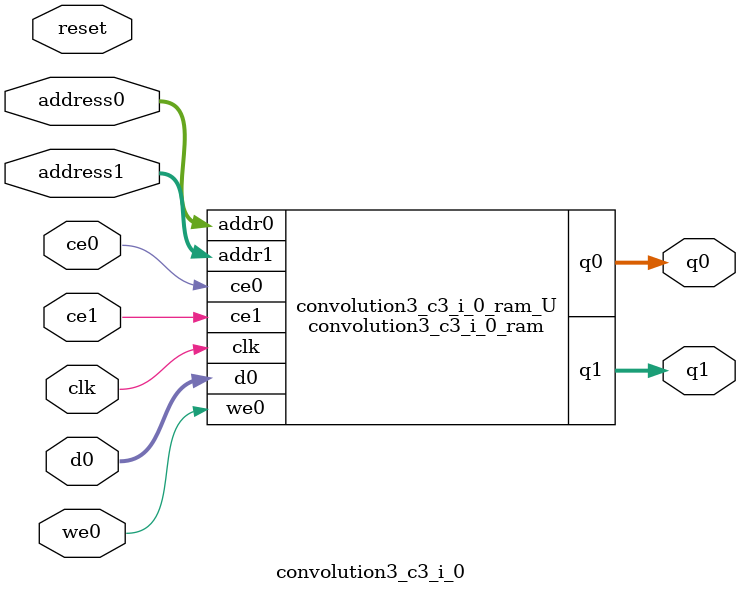
<source format=v>

`timescale 1 ns / 1 ps
module convolution3_c3_i_0_ram (addr0, ce0, d0, we0, q0, addr1, ce1, q1,  clk);

parameter DWIDTH = 32;
parameter AWIDTH = 7;
parameter MEM_SIZE = 84;

input[AWIDTH-1:0] addr0;
input ce0;
input[DWIDTH-1:0] d0;
input we0;
output reg[DWIDTH-1:0] q0;
input[AWIDTH-1:0] addr1;
input ce1;
output reg[DWIDTH-1:0] q1;
input clk;

(* ram_style = "block" *)reg [DWIDTH-1:0] ram[0:MEM_SIZE-1];




always @(posedge clk)  
begin 
    if (ce0) 
    begin
        if (we0) 
        begin 
            ram[addr0] <= d0; 
            q0 <= d0;
        end 
        else 
            q0 <= ram[addr0];
    end
end


always @(posedge clk)  
begin 
    if (ce1) 
    begin
            q1 <= ram[addr1];
    end
end


endmodule


`timescale 1 ns / 1 ps
module convolution3_c3_i_0(
    reset,
    clk,
    address0,
    ce0,
    we0,
    d0,
    q0,
    address1,
    ce1,
    q1);

parameter DataWidth = 32'd32;
parameter AddressRange = 32'd84;
parameter AddressWidth = 32'd7;
input reset;
input clk;
input[AddressWidth - 1:0] address0;
input ce0;
input we0;
input[DataWidth - 1:0] d0;
output[DataWidth - 1:0] q0;
input[AddressWidth - 1:0] address1;
input ce1;
output[DataWidth - 1:0] q1;



convolution3_c3_i_0_ram convolution3_c3_i_0_ram_U(
    .clk( clk ),
    .addr0( address0 ),
    .ce0( ce0 ),
    .d0( d0 ),
    .we0( we0 ),
    .q0( q0 ),
    .addr1( address1 ),
    .ce1( ce1 ),
    .q1( q1 ));

endmodule


</source>
